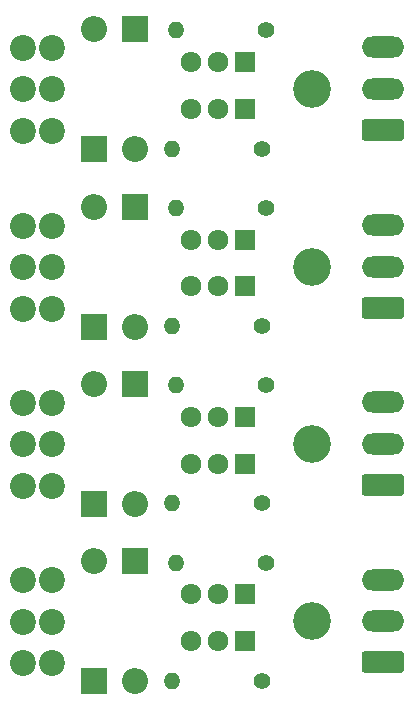
<source format=gbr>
%TF.GenerationSoftware,KiCad,Pcbnew,8.0.5*%
%TF.CreationDate,2025-06-13T11:53:07+02:00*%
%TF.ProjectId,wisselMotorExtension-THT,77697373-656c-44d6-9f74-6f7245787465,rev?*%
%TF.SameCoordinates,Original*%
%TF.FileFunction,Soldermask,Top*%
%TF.FilePolarity,Negative*%
%FSLAX46Y46*%
G04 Gerber Fmt 4.6, Leading zero omitted, Abs format (unit mm)*
G04 Created by KiCad (PCBNEW 8.0.5) date 2025-06-13 11:53:07*
%MOMM*%
%LPD*%
G01*
G04 APERTURE LIST*
G04 Aperture macros list*
%AMRoundRect*
0 Rectangle with rounded corners*
0 $1 Rounding radius*
0 $2 $3 $4 $5 $6 $7 $8 $9 X,Y pos of 4 corners*
0 Add a 4 corners polygon primitive as box body*
4,1,4,$2,$3,$4,$5,$6,$7,$8,$9,$2,$3,0*
0 Add four circle primitives for the rounded corners*
1,1,$1+$1,$2,$3*
1,1,$1+$1,$4,$5*
1,1,$1+$1,$6,$7*
1,1,$1+$1,$8,$9*
0 Add four rect primitives between the rounded corners*
20,1,$1+$1,$2,$3,$4,$5,0*
20,1,$1+$1,$4,$5,$6,$7,0*
20,1,$1+$1,$6,$7,$8,$9,0*
20,1,$1+$1,$8,$9,$2,$3,0*%
G04 Aperture macros list end*
%ADD10R,1.710000X1.800000*%
%ADD11O,1.710000X1.800000*%
%ADD12RoundRect,0.250000X1.550000X-0.650000X1.550000X0.650000X-1.550000X0.650000X-1.550000X-0.650000X0*%
%ADD13O,3.600000X1.800000*%
%ADD14C,1.400000*%
%ADD15O,1.400000X1.400000*%
%ADD16C,3.200000*%
%ADD17R,2.200000X2.200000*%
%ADD18O,2.200000X2.200000*%
%ADD19C,2.200000*%
G04 APERTURE END LIST*
D10*
%TO.C,Q502*%
X59775000Y-72755000D03*
D11*
X57495000Y-72755000D03*
X55215000Y-72755000D03*
%TD*%
D12*
%TO.C,J502*%
X71500000Y-78500000D03*
D13*
X71500000Y-75000000D03*
X71500000Y-71500000D03*
%TD*%
D14*
%TO.C,R502*%
X61620000Y-70055000D03*
D15*
X54000000Y-70055000D03*
%TD*%
D12*
%TO.C,J202*%
X71500000Y-33445000D03*
D13*
X71500000Y-29945000D03*
X71500000Y-26445000D03*
%TD*%
D14*
%TO.C,R202*%
X61620000Y-25000000D03*
D15*
X54000000Y-25000000D03*
%TD*%
D10*
%TO.C,Q301*%
X59775000Y-46680000D03*
D11*
X57495000Y-46680000D03*
X55215000Y-46680000D03*
%TD*%
D16*
%TO.C,REF\u002A\u002A*%
X65500000Y-60000000D03*
%TD*%
D10*
%TO.C,Q401*%
X59775000Y-61680000D03*
D11*
X57495000Y-61680000D03*
X55215000Y-61680000D03*
%TD*%
D14*
%TO.C,R302*%
X61620000Y-40055000D03*
D15*
X54000000Y-40055000D03*
%TD*%
D14*
%TO.C,R402*%
X61620000Y-55055000D03*
D15*
X54000000Y-55055000D03*
%TD*%
D10*
%TO.C,Q501*%
X59775000Y-76680000D03*
D11*
X57495000Y-76680000D03*
X55215000Y-76680000D03*
%TD*%
D14*
%TO.C,R301*%
X61220000Y-50055000D03*
D15*
X53600000Y-50055000D03*
%TD*%
D10*
%TO.C,Q402*%
X59775000Y-57755000D03*
D11*
X57495000Y-57755000D03*
X55215000Y-57755000D03*
%TD*%
D17*
%TO.C,D501*%
X47010000Y-80090000D03*
D18*
X47010000Y-69930000D03*
%TD*%
D14*
%TO.C,R201*%
X61220000Y-35000000D03*
D15*
X53600000Y-35000000D03*
%TD*%
D16*
%TO.C,REF\u002A\u002A*%
X65500000Y-30000000D03*
%TD*%
D17*
%TO.C,D301*%
X47000000Y-50080000D03*
D18*
X47000000Y-39920000D03*
%TD*%
D12*
%TO.C,J402*%
X71500000Y-63500000D03*
D13*
X71500000Y-60000000D03*
X71500000Y-56500000D03*
%TD*%
D19*
%TO.C,J201*%
X43500000Y-33500000D03*
X41000000Y-33500000D03*
X43500000Y-30000000D03*
X41000000Y-30000000D03*
X43500000Y-26500000D03*
X41000000Y-26500000D03*
%TD*%
D17*
%TO.C,D302*%
X50500000Y-39930000D03*
D18*
X50500000Y-50090000D03*
%TD*%
D17*
%TO.C,D201*%
X47000000Y-35080000D03*
D18*
X47000000Y-24920000D03*
%TD*%
D14*
%TO.C,R401*%
X61220000Y-65055000D03*
D15*
X53600000Y-65055000D03*
%TD*%
D19*
%TO.C,J301*%
X43500000Y-48555000D03*
X41000000Y-48555000D03*
X43500000Y-45055000D03*
X41000000Y-45055000D03*
X43500000Y-41555000D03*
X41000000Y-41555000D03*
%TD*%
D16*
%TO.C,REF\u002A\u002A*%
X65500000Y-45000000D03*
%TD*%
D19*
%TO.C,J401*%
X43500000Y-63555000D03*
X41000000Y-63555000D03*
X43500000Y-60055000D03*
X41000000Y-60055000D03*
X43500000Y-56555000D03*
X41000000Y-56555000D03*
%TD*%
D14*
%TO.C,R501*%
X61220000Y-80055000D03*
D15*
X53600000Y-80055000D03*
%TD*%
D10*
%TO.C,Q201*%
X59775000Y-31625000D03*
D11*
X57495000Y-31625000D03*
X55215000Y-31625000D03*
%TD*%
D12*
%TO.C,J302*%
X71500000Y-48500000D03*
D13*
X71500000Y-45000000D03*
X71500000Y-41500000D03*
%TD*%
D10*
%TO.C,Q302*%
X59775000Y-42755000D03*
D11*
X57495000Y-42755000D03*
X55215000Y-42755000D03*
%TD*%
D19*
%TO.C,J501*%
X43500000Y-78555000D03*
X41000000Y-78555000D03*
X43500000Y-75055000D03*
X41000000Y-75055000D03*
X43500000Y-71555000D03*
X41000000Y-71555000D03*
%TD*%
D17*
%TO.C,D402*%
X50510000Y-54920000D03*
D18*
X50510000Y-65080000D03*
%TD*%
D17*
%TO.C,D202*%
X50510000Y-24920000D03*
D18*
X50510000Y-35080000D03*
%TD*%
D17*
%TO.C,D502*%
X50490000Y-69920000D03*
D18*
X50490000Y-80080000D03*
%TD*%
D10*
%TO.C,Q202*%
X59775000Y-27700000D03*
D11*
X57495000Y-27700000D03*
X55215000Y-27700000D03*
%TD*%
D17*
%TO.C,D401*%
X47020000Y-65090000D03*
D18*
X47020000Y-54930000D03*
%TD*%
D16*
%TO.C,REF\u002A\u002A*%
X65500000Y-75000000D03*
%TD*%
M02*

</source>
